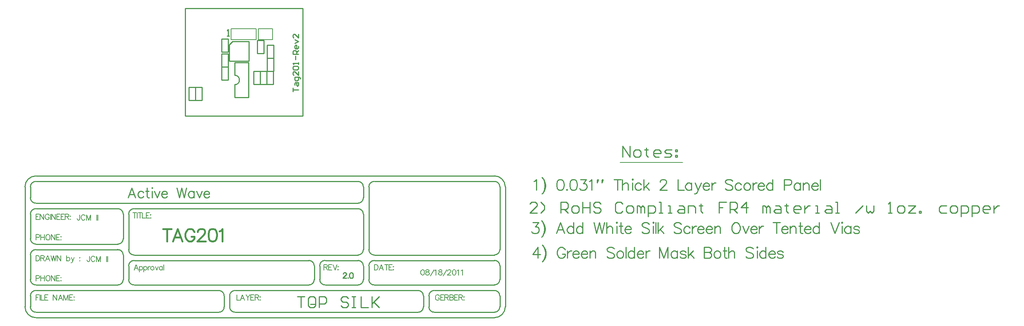
<source format=gto>
%FSLAX25Y25*%
%MOIN*%
G70*
G01*
G75*
G04 Layer_Color=65535*
%ADD10R,0.03000X0.03000*%
%ADD11C,0.05000*%
%ADD12R,0.01550X0.05000*%
G04:AMPARAMS|DCode=13|XSize=39.37mil|YSize=9.84mil|CornerRadius=2.46mil|HoleSize=0mil|Usage=FLASHONLY|Rotation=0.000|XOffset=0mil|YOffset=0mil|HoleType=Round|Shape=RoundedRectangle|*
%AMROUNDEDRECTD13*
21,1,0.03937,0.00492,0,0,0.0*
21,1,0.03445,0.00984,0,0,0.0*
1,1,0.00492,0.01722,-0.00246*
1,1,0.00492,-0.01722,-0.00246*
1,1,0.00492,-0.01722,0.00246*
1,1,0.00492,0.01722,0.00246*
%
%ADD13ROUNDEDRECTD13*%
G04:AMPARAMS|DCode=14|XSize=39.37mil|YSize=9.84mil|CornerRadius=2.46mil|HoleSize=0mil|Usage=FLASHONLY|Rotation=90.000|XOffset=0mil|YOffset=0mil|HoleType=Round|Shape=RoundedRectangle|*
%AMROUNDEDRECTD14*
21,1,0.03937,0.00492,0,0,90.0*
21,1,0.03445,0.00984,0,0,90.0*
1,1,0.00492,0.00246,0.01722*
1,1,0.00492,0.00246,-0.01722*
1,1,0.00492,-0.00246,-0.01722*
1,1,0.00492,-0.00246,0.01722*
%
%ADD14ROUNDEDRECTD14*%
G04:AMPARAMS|DCode=15|XSize=25.59mil|YSize=9.84mil|CornerRadius=0mil|HoleSize=0mil|Usage=FLASHONLY|Rotation=90.000|XOffset=0mil|YOffset=0mil|HoleType=Round|Shape=Octagon|*
%AMOCTAGOND15*
4,1,8,0.00246,0.01280,-0.00246,0.01280,-0.00492,0.01034,-0.00492,-0.01034,-0.00246,-0.01280,0.00246,-0.01280,0.00492,-0.01034,0.00492,0.01034,0.00246,0.01280,0.0*
%
%ADD15OCTAGOND15*%

G04:AMPARAMS|DCode=16|XSize=25.59mil|YSize=9.84mil|CornerRadius=0mil|HoleSize=0mil|Usage=FLASHONLY|Rotation=180.000|XOffset=0mil|YOffset=0mil|HoleType=Round|Shape=Octagon|*
%AMOCTAGOND16*
4,1,8,-0.01280,0.00246,-0.01280,-0.00246,-0.01034,-0.00492,0.01034,-0.00492,0.01280,-0.00246,0.01280,0.00246,0.01034,0.00492,-0.01034,0.00492,-0.01280,0.00246,0.0*
%
%ADD16OCTAGOND16*%

%ADD17C,0.01000*%
%ADD18C,0.00800*%
%ADD19C,0.01200*%
%ADD20C,0.02000*%
%ADD21C,0.00500*%
%ADD22C,0.01500*%
%ADD23C,0.00900*%
%ADD24C,0.05200*%
%ADD25R,0.04000X0.06200*%
%ADD26O,0.04000X0.06200*%
%ADD27C,0.05500*%
%ADD28C,0.02600*%
%ADD29R,0.13000X0.34000*%
%ADD30C,0.06000*%
D17*
X45406Y28669D02*
G03*
X45406Y37331I0J4331D01*
G01*
X6500Y26500D02*
X9500D01*
Y14500D02*
Y26500D01*
X3500Y14500D02*
X9500D01*
X3500D02*
Y26500D01*
X6500D01*
X9500Y14500D02*
X12500D01*
X9500D02*
Y26500D01*
X15500D01*
Y14500D02*
Y26500D01*
X12500Y14500D02*
X15500D01*
X58161Y17000D02*
Y49000D01*
X45406Y17000D02*
X58161D01*
X45406Y49000D02*
X58161D01*
X45406Y37331D02*
Y49000D01*
Y17000D02*
Y28669D01*
X40400Y50500D02*
Y65500D01*
X43400Y68500D01*
X58400D01*
X40400Y50500D02*
X58400D01*
Y68500D01*
X69000Y57500D02*
X72000D01*
Y69500D01*
X66000D02*
X72000D01*
X66000Y57500D02*
Y69500D01*
Y57500D02*
X69000D01*
X77900Y41000D02*
X80900D01*
Y29000D02*
Y41000D01*
X74900Y29000D02*
X80900D01*
X74900D02*
Y41000D01*
X77900D01*
X78000Y53000D02*
X81000D01*
Y41000D02*
Y53000D01*
X75000Y41000D02*
X81000D01*
X75000D02*
Y53000D01*
X78000D01*
X75000D02*
X78000D01*
X75000D02*
Y65000D01*
X81000D01*
Y53000D02*
Y65000D01*
X78000Y53000D02*
X81000D01*
X62900Y29000D02*
X65900D01*
X62900D02*
Y41000D01*
X68900D01*
Y29000D02*
Y41000D01*
X65900Y29000D02*
X68900D01*
X33400Y45000D02*
X36400D01*
X33400D02*
Y57000D01*
X39400D01*
Y45000D02*
Y57000D01*
X36400Y45000D02*
X39400D01*
X68900Y29000D02*
X71900D01*
X68900D02*
Y41000D01*
X74900D01*
Y29000D02*
Y41000D01*
X71900Y29000D02*
X74900D01*
X36500Y45000D02*
X39500D01*
Y33000D02*
Y45000D01*
X33500Y33000D02*
X39500D01*
X33500D02*
Y45000D01*
X36500D01*
X36400Y70700D02*
X39400D01*
Y58700D02*
Y70700D01*
X33400Y58700D02*
X39400D01*
X33400D02*
Y70700D01*
X36400D01*
X102700Y-165503D02*
X109364D01*
X106032D01*
Y-175500D01*
X117695Y-165503D02*
X114363D01*
X112697Y-167169D01*
Y-173834D01*
X114363Y-175500D01*
X117695D01*
X119361Y-173834D01*
Y-167169D01*
X117695Y-165503D01*
X122694Y-175500D02*
Y-165503D01*
X127692D01*
X129358Y-167169D01*
Y-170502D01*
X127692Y-172168D01*
X122694D01*
X149352Y-167169D02*
X147686Y-165503D01*
X144353D01*
X142687Y-167169D01*
Y-168835D01*
X144353Y-170502D01*
X147686D01*
X149352Y-172168D01*
Y-173834D01*
X147686Y-175500D01*
X144353D01*
X142687Y-173834D01*
X152684Y-165503D02*
X156016D01*
X154350D01*
Y-175500D01*
X152684D01*
X156016D01*
X161014Y-165503D02*
Y-175500D01*
X167679D01*
X171011Y-165503D02*
Y-175500D01*
Y-172168D01*
X177676Y-165503D01*
X172677Y-170502D01*
X177676Y-175500D01*
X38400Y73300D02*
X40399D01*
X39400D01*
Y79298D01*
X38400Y78298D01*
X98602Y22500D02*
Y25832D01*
Y24166D01*
X103600D01*
X100268Y28331D02*
Y29998D01*
X101101Y30831D01*
X103600D01*
Y28331D01*
X102767Y27498D01*
X101934Y28331D01*
Y30831D01*
X105266Y34163D02*
Y34996D01*
X104433Y35829D01*
X100268D01*
Y33330D01*
X101101Y32497D01*
X102767D01*
X103600Y33330D01*
Y35829D01*
Y40827D02*
Y37495D01*
X100268Y40827D01*
X99435D01*
X98602Y39994D01*
Y38328D01*
X99435Y37495D01*
Y42494D02*
X98602Y43327D01*
Y44993D01*
X99435Y45826D01*
X102767D01*
X103600Y44993D01*
Y43327D01*
X102767Y42494D01*
X99435D01*
X103600Y47492D02*
Y49158D01*
Y48325D01*
X98602D01*
X99435Y47492D01*
X101101Y51657D02*
Y54989D01*
X103600Y56656D02*
X98602D01*
Y59155D01*
X99435Y59988D01*
X101101D01*
X101934Y59155D01*
Y56656D01*
Y58322D02*
X103600Y59988D01*
Y64153D02*
Y62487D01*
X102767Y61654D01*
X101101D01*
X100268Y62487D01*
Y64153D01*
X101101Y64986D01*
X101934D01*
Y61654D01*
X100268Y66652D02*
X103600Y68318D01*
X100268Y69985D01*
X103600Y74983D02*
Y71651D01*
X100268Y74983D01*
X99435D01*
X98602Y74150D01*
Y72484D01*
X99435Y71651D01*
X0Y98803D02*
X107753D01*
Y-100D02*
Y98803D01*
X114695Y-172498D02*
X118632D01*
X0Y-100D02*
Y98800D01*
Y-100D02*
X107753D01*
X288306Y-137340D02*
G03*
X283406Y-132440I-4900J0D01*
G01*
X173240Y-132514D02*
G03*
X168240Y-137514I0J-5000D01*
G01*
X283306Y-127440D02*
G03*
X288306Y-122440I0J5000D01*
G01*
X168240Y-122514D02*
G03*
X173240Y-127514I5000J0D01*
G01*
X-136760Y-55014D02*
G03*
X-146760Y-65014I0J-10000D01*
G01*
Y-174914D02*
G03*
X-136837Y-185012I10100J0D01*
G01*
X293238Y-64957D02*
G03*
X283238Y-54957I-10000J0D01*
G01*
X288238Y-64857D02*
G03*
X283167Y-59960I-4900J0D01*
G01*
X283306Y-154940D02*
G03*
X288306Y-149940I0J5000D01*
G01*
X288240Y-164927D02*
G03*
X283240Y-160013I-5000J-87D01*
G01*
X158240Y-155014D02*
G03*
X163240Y-150014I0J5000D01*
G01*
X168240Y-150114D02*
G03*
X173225Y-155013I4900J0D01*
G01*
X163240Y-137414D02*
G03*
X158340Y-132514I-4900J0D01*
G01*
X-141760Y-175014D02*
G03*
X-136848Y-180013I5000J0D01*
G01*
X158327Y-127514D02*
G03*
X163241Y-122514I-87J5000D01*
G01*
X-136760Y-160014D02*
G03*
X-141760Y-165014I0J-5000D01*
G01*
X163240Y-90014D02*
G03*
X158240Y-85014I-5000J0D01*
G01*
Y-80014D02*
G03*
X163240Y-75014I0J5000D01*
G01*
X173240Y-60014D02*
G03*
X168240Y-65014I0J-5000D01*
G01*
X163240Y-65014D02*
G03*
X158240Y-60014I-5000J0D01*
G01*
X-136760Y-60014D02*
G03*
X-141760Y-65014I0J-5000D01*
G01*
Y-75014D02*
G03*
X-136760Y-80014I5000J0D01*
G01*
Y-85014D02*
G03*
X-141760Y-90014I0J-5000D01*
G01*
Y-112514D02*
G03*
X-136760Y-117514I5000J0D01*
G01*
Y-122514D02*
G03*
X-141760Y-127514I0J-5000D01*
G01*
X-141760Y-150014D02*
G03*
X-136848Y-155013I5000J0D01*
G01*
X-46760Y-85014D02*
G03*
X-51760Y-90014I0J-5000D01*
G01*
X-46760Y-132514D02*
G03*
X-51760Y-137514I0J-5000D01*
G01*
X128040Y-132514D02*
G03*
X123246Y-137565I0J-4800D01*
G01*
X123240Y-149914D02*
G03*
X128251Y-155013I5100J0D01*
G01*
X113340Y-155014D02*
G03*
X118239Y-150029I0J4900D01*
G01*
X118240Y-137414D02*
G03*
X113340Y-132514I-4900J0D01*
G01*
X-61660Y-155014D02*
G03*
X-56760Y-150114I0J4900D01*
G01*
X-51760D02*
G03*
X-46860Y-155014I4900J0D01*
G01*
X-51760Y-122614D02*
G03*
X-46860Y-127514I4900J0D01*
G01*
X-56760Y-127414D02*
G03*
X-61831Y-122517I-4900J0D01*
G01*
X-61560Y-117514D02*
G03*
X-56760Y-112714I0J4800D01*
G01*
Y-89914D02*
G03*
X-61660Y-85014I-4900J0D01*
G01*
X228240Y-160014D02*
G03*
X223240Y-165014I0J-5000D01*
G01*
Y-175114D02*
G03*
X228225Y-180013I4900J0D01*
G01*
X213356Y-180014D02*
G03*
X218238Y-175047I84J4800D01*
G01*
X218240Y-165014D02*
G03*
X213240Y-160014I-5000J0D01*
G01*
X40740Y-175014D02*
G03*
X45652Y-180013I5000J0D01*
G01*
X45740Y-160014D02*
G03*
X40740Y-165014I0J-5000D01*
G01*
X30856Y-180014D02*
G03*
X35738Y-175047I84J4800D01*
G01*
X35740Y-165014D02*
G03*
X30740Y-160014I-5000J0D01*
G01*
X283240Y-180014D02*
G03*
X288240Y-175014I0J5000D01*
G01*
X283240Y-185014D02*
G03*
X293240Y-175014I0J10000D01*
G01*
X45740Y-180014D02*
X213240D01*
X-136760Y-180014D02*
X30740D01*
X-136760Y-160014D02*
X30740D01*
X45740D02*
X213240D01*
X228240Y-180014D02*
X283240D01*
X228240Y-160014D02*
X283240D01*
X-136760Y-60014D02*
X158240D01*
X-136760Y-185014D02*
X283240D01*
X-136760Y-155014D02*
X-61760D01*
X-136760Y-122514D02*
X-61760D01*
X-136760Y-117514D02*
X-61760D01*
X-136760Y-85014D02*
X-61760D01*
X-136760Y-80014D02*
X158240D01*
X-46760Y-85014D02*
X158240D01*
X-46760Y-132514D02*
X113240D01*
X-46760Y-155014D02*
X113240D01*
X128240D02*
X158240D01*
X128240Y-132514D02*
X158240D01*
X173240Y-155014D02*
X283240D01*
X173240Y-60014D02*
X283240D01*
X-46760Y-127514D02*
X158240D01*
X173240D02*
X283240D01*
X173240Y-132514D02*
X283240D01*
X35740Y-175014D02*
Y-165014D01*
X40740Y-175014D02*
Y-165014D01*
X218240Y-175014D02*
Y-165014D01*
X223240Y-175014D02*
Y-165014D01*
X293240Y-175014D02*
Y-65014D01*
X-141760Y-150014D02*
Y-127514D01*
X-56760Y-150014D02*
Y-127514D01*
X-141760Y-112514D02*
Y-90014D01*
X-56760Y-112514D02*
Y-90014D01*
X-141760Y-75014D02*
Y-65014D01*
X163240Y-75014D02*
Y-65014D01*
Y-122514D02*
Y-90014D01*
X-51760Y-122514D02*
Y-90014D01*
X118240Y-150014D02*
Y-137514D01*
X-51760Y-150014D02*
Y-137514D01*
X123240Y-150014D02*
Y-137514D01*
X163240Y-150014D02*
Y-137514D01*
X-141760Y-175014D02*
Y-165014D01*
X-146760Y-175014D02*
Y-65014D01*
X168240Y-122514D02*
Y-65014D01*
X288240Y-122514D02*
Y-65014D01*
X168240Y-150014D02*
Y-137514D01*
X288306Y-149940D02*
Y-137340D01*
X-136760Y-55014D02*
X283240D01*
X288240Y-175014D02*
Y-165014D01*
X323027Y-120328D02*
X318266Y-126993D01*
X325408D01*
X323027Y-120328D02*
Y-130326D01*
X327169Y-118424D02*
X328121Y-119376D01*
X329073Y-120804D01*
X330026Y-122709D01*
X330502Y-125089D01*
Y-126993D01*
X330026Y-129374D01*
X329073Y-131278D01*
X328121Y-132706D01*
X327169Y-133659D01*
X328121Y-119376D02*
X329073Y-121280D01*
X329549Y-122709D01*
X330026Y-125089D01*
Y-126993D01*
X329549Y-129374D01*
X329073Y-130802D01*
X328121Y-132706D01*
X347926Y-122709D02*
X347450Y-121756D01*
X346498Y-120804D01*
X345546Y-120328D01*
X343642D01*
X342689Y-120804D01*
X341737Y-121756D01*
X341261Y-122709D01*
X340785Y-124137D01*
Y-126517D01*
X341261Y-127945D01*
X341737Y-128898D01*
X342689Y-129850D01*
X343642Y-130326D01*
X345546D01*
X346498Y-129850D01*
X347450Y-128898D01*
X347926Y-127945D01*
Y-126517D01*
X345546D02*
X347926D01*
X350212Y-123661D02*
Y-130326D01*
Y-126517D02*
X350688Y-125089D01*
X351640Y-124137D01*
X352592Y-123661D01*
X354020D01*
X354925Y-126517D02*
X360638D01*
Y-125565D01*
X360162Y-124613D01*
X359686Y-124137D01*
X358734Y-123661D01*
X357305D01*
X356353Y-124137D01*
X355401Y-125089D01*
X354925Y-126517D01*
Y-127470D01*
X355401Y-128898D01*
X356353Y-129850D01*
X357305Y-130326D01*
X358734D01*
X359686Y-129850D01*
X360638Y-128898D01*
X362780Y-126517D02*
X368494D01*
Y-125565D01*
X368017Y-124613D01*
X367541Y-124137D01*
X366589Y-123661D01*
X365161D01*
X364209Y-124137D01*
X363257Y-125089D01*
X362780Y-126517D01*
Y-127470D01*
X363257Y-128898D01*
X364209Y-129850D01*
X365161Y-130326D01*
X366589D01*
X367541Y-129850D01*
X368494Y-128898D01*
X370636Y-123661D02*
Y-130326D01*
Y-125565D02*
X372064Y-124137D01*
X373016Y-123661D01*
X374445D01*
X375397Y-124137D01*
X375873Y-125565D01*
Y-130326D01*
X393012Y-121756D02*
X392060Y-120804D01*
X390632Y-120328D01*
X388727D01*
X387299Y-120804D01*
X386347Y-121756D01*
Y-122709D01*
X386823Y-123661D01*
X387299Y-124137D01*
X388251Y-124613D01*
X391108Y-125565D01*
X392060Y-126041D01*
X392536Y-126517D01*
X393012Y-127470D01*
Y-128898D01*
X392060Y-129850D01*
X390632Y-130326D01*
X388727D01*
X387299Y-129850D01*
X386347Y-128898D01*
X397630Y-123661D02*
X396678Y-124137D01*
X395726Y-125089D01*
X395250Y-126517D01*
Y-127470D01*
X395726Y-128898D01*
X396678Y-129850D01*
X397630Y-130326D01*
X399058D01*
X400010Y-129850D01*
X400963Y-128898D01*
X401439Y-127470D01*
Y-126517D01*
X400963Y-125089D01*
X400010Y-124137D01*
X399058Y-123661D01*
X397630D01*
X403629Y-120328D02*
Y-130326D01*
X411437Y-120328D02*
Y-130326D01*
Y-125089D02*
X410485Y-124137D01*
X409532Y-123661D01*
X408104D01*
X407152Y-124137D01*
X406200Y-125089D01*
X405724Y-126517D01*
Y-127470D01*
X406200Y-128898D01*
X407152Y-129850D01*
X408104Y-130326D01*
X409532D01*
X410485Y-129850D01*
X411437Y-128898D01*
X414103Y-126517D02*
X419816D01*
Y-125565D01*
X419340Y-124613D01*
X418864Y-124137D01*
X417911Y-123661D01*
X416483D01*
X415531Y-124137D01*
X414579Y-125089D01*
X414103Y-126517D01*
Y-127470D01*
X414579Y-128898D01*
X415531Y-129850D01*
X416483Y-130326D01*
X417911D01*
X418864Y-129850D01*
X419816Y-128898D01*
X421958Y-123661D02*
Y-130326D01*
Y-126517D02*
X422434Y-125089D01*
X423386Y-124137D01*
X424339Y-123661D01*
X425767D01*
X434527Y-120328D02*
Y-130326D01*
Y-120328D02*
X438336Y-130326D01*
X442144Y-120328D02*
X438336Y-130326D01*
X442144Y-120328D02*
Y-130326D01*
X450714Y-123661D02*
Y-130326D01*
Y-125089D02*
X449762Y-124137D01*
X448810Y-123661D01*
X447381D01*
X446429Y-124137D01*
X445477Y-125089D01*
X445001Y-126517D01*
Y-127470D01*
X445477Y-128898D01*
X446429Y-129850D01*
X447381Y-130326D01*
X448810D01*
X449762Y-129850D01*
X450714Y-128898D01*
X458617Y-125089D02*
X458141Y-124137D01*
X456713Y-123661D01*
X455284D01*
X453856Y-124137D01*
X453380Y-125089D01*
X453856Y-126041D01*
X454808Y-126517D01*
X457189Y-126993D01*
X458141Y-127470D01*
X458617Y-128422D01*
Y-128898D01*
X458141Y-129850D01*
X456713Y-130326D01*
X455284D01*
X453856Y-129850D01*
X453380Y-128898D01*
X460712Y-120328D02*
Y-130326D01*
X465473Y-123661D02*
X460712Y-128422D01*
X462616Y-126517D02*
X465949Y-130326D01*
X475375Y-120328D02*
Y-130326D01*
Y-120328D02*
X479660D01*
X481088Y-120804D01*
X481565Y-121280D01*
X482041Y-122232D01*
Y-123185D01*
X481565Y-124137D01*
X481088Y-124613D01*
X479660Y-125089D01*
X475375D02*
X479660D01*
X481088Y-125565D01*
X481565Y-126041D01*
X482041Y-126993D01*
Y-128422D01*
X481565Y-129374D01*
X481088Y-129850D01*
X479660Y-130326D01*
X475375D01*
X486659Y-123661D02*
X485707Y-124137D01*
X484754Y-125089D01*
X484278Y-126517D01*
Y-127470D01*
X484754Y-128898D01*
X485707Y-129850D01*
X486659Y-130326D01*
X488087D01*
X489039Y-129850D01*
X489991Y-128898D01*
X490467Y-127470D01*
Y-126517D01*
X489991Y-125089D01*
X489039Y-124137D01*
X488087Y-123661D01*
X486659D01*
X494086Y-120328D02*
Y-128422D01*
X494562Y-129850D01*
X495514Y-130326D01*
X496466D01*
X492657Y-123661D02*
X495990D01*
X497894Y-120328D02*
Y-130326D01*
Y-125565D02*
X499323Y-124137D01*
X500275Y-123661D01*
X501703D01*
X502655Y-124137D01*
X503131Y-125565D01*
Y-130326D01*
X520270Y-121756D02*
X519318Y-120804D01*
X517890Y-120328D01*
X515986D01*
X514557Y-120804D01*
X513605Y-121756D01*
Y-122709D01*
X514081Y-123661D01*
X514557Y-124137D01*
X515510Y-124613D01*
X518366Y-125565D01*
X519318Y-126041D01*
X519794Y-126517D01*
X520270Y-127470D01*
Y-128898D01*
X519318Y-129850D01*
X517890Y-130326D01*
X515986D01*
X514557Y-129850D01*
X513605Y-128898D01*
X523460Y-120328D02*
X523936Y-120804D01*
X524412Y-120328D01*
X523936Y-119852D01*
X523460Y-120328D01*
X523936Y-123661D02*
Y-130326D01*
X531887Y-120328D02*
Y-130326D01*
Y-125089D02*
X530935Y-124137D01*
X529983Y-123661D01*
X528554D01*
X527602Y-124137D01*
X526650Y-125089D01*
X526174Y-126517D01*
Y-127470D01*
X526650Y-128898D01*
X527602Y-129850D01*
X528554Y-130326D01*
X529983D01*
X530935Y-129850D01*
X531887Y-128898D01*
X534553Y-126517D02*
X540266D01*
Y-125565D01*
X539790Y-124613D01*
X539314Y-124137D01*
X538362Y-123661D01*
X536934D01*
X535981Y-124137D01*
X535029Y-125089D01*
X534553Y-126517D01*
Y-127470D01*
X535029Y-128898D01*
X535981Y-129850D01*
X536934Y-130326D01*
X538362D01*
X539314Y-129850D01*
X540266Y-128898D01*
X547646Y-125089D02*
X547169Y-124137D01*
X545741Y-123661D01*
X544313D01*
X542885Y-124137D01*
X542409Y-125089D01*
X542885Y-126041D01*
X543837Y-126517D01*
X546217Y-126993D01*
X547169Y-127470D01*
X547646Y-128422D01*
Y-128898D01*
X547169Y-129850D01*
X545741Y-130326D01*
X544313D01*
X542885Y-129850D01*
X542409Y-128898D01*
X400874Y-37626D02*
Y-27629D01*
X407538Y-37626D01*
Y-27629D01*
X412537Y-37626D02*
X415869D01*
X417535Y-35960D01*
Y-32628D01*
X415869Y-30962D01*
X412537D01*
X410871Y-32628D01*
Y-35960D01*
X412537Y-37626D01*
X422533Y-29295D02*
Y-30962D01*
X420867D01*
X424199D01*
X422533D01*
Y-35960D01*
X424199Y-37626D01*
X434196D02*
X430864D01*
X429198Y-35960D01*
Y-32628D01*
X430864Y-30962D01*
X434196D01*
X435862Y-32628D01*
Y-34294D01*
X429198D01*
X439195Y-37626D02*
X444193D01*
X445859Y-35960D01*
X444193Y-34294D01*
X440861D01*
X439195Y-32628D01*
X440861Y-30962D01*
X445859D01*
X449192D02*
X450858D01*
Y-32628D01*
X449192D01*
Y-30962D01*
Y-35960D02*
X450858D01*
Y-37626D01*
X449192D01*
Y-35960D01*
X319372Y-60042D02*
X320324Y-59566D01*
X321753Y-58138D01*
Y-68135D01*
X326704Y-56233D02*
X327656Y-57185D01*
X328608Y-58614D01*
X329560Y-60518D01*
X330037Y-62898D01*
Y-64803D01*
X329560Y-67183D01*
X328608Y-69087D01*
X327656Y-70516D01*
X326704Y-71468D01*
X327656Y-57185D02*
X328608Y-59090D01*
X329084Y-60518D01*
X329560Y-62898D01*
Y-64803D01*
X329084Y-67183D01*
X328608Y-68611D01*
X327656Y-70516D01*
X343177Y-58138D02*
X341748Y-58614D01*
X340796Y-60042D01*
X340320Y-62422D01*
Y-63850D01*
X340796Y-66231D01*
X341748Y-67659D01*
X343177Y-68135D01*
X344129D01*
X345557Y-67659D01*
X346509Y-66231D01*
X346985Y-63850D01*
Y-62422D01*
X346509Y-60042D01*
X345557Y-58614D01*
X344129Y-58138D01*
X343177D01*
X349699Y-67183D02*
X349223Y-67659D01*
X349699Y-68135D01*
X350175Y-67659D01*
X349699Y-67183D01*
X355222Y-58138D02*
X353793Y-58614D01*
X352841Y-60042D01*
X352365Y-62422D01*
Y-63850D01*
X352841Y-66231D01*
X353793Y-67659D01*
X355222Y-68135D01*
X356174D01*
X357602Y-67659D01*
X358554Y-66231D01*
X359030Y-63850D01*
Y-62422D01*
X358554Y-60042D01*
X357602Y-58614D01*
X356174Y-58138D01*
X355222D01*
X362220D02*
X367457D01*
X364601Y-61946D01*
X366029D01*
X366981Y-62422D01*
X367457Y-62898D01*
X367933Y-64327D01*
Y-65279D01*
X367457Y-66707D01*
X366505Y-67659D01*
X365077Y-68135D01*
X363648D01*
X362220Y-67659D01*
X361744Y-67183D01*
X361268Y-66231D01*
X370171Y-60042D02*
X371123Y-59566D01*
X372551Y-58138D01*
Y-68135D01*
X377979Y-58138D02*
X377503Y-58614D01*
Y-61470D01*
X377979Y-58614D02*
X377503Y-61470D01*
X377979Y-58138D02*
X378455Y-58614D01*
X377503Y-61470D01*
X382263Y-58138D02*
X381787Y-58614D01*
Y-61470D01*
X382263Y-58614D02*
X381787Y-61470D01*
X382263Y-58138D02*
X382740Y-58614D01*
X381787Y-61470D01*
X396022Y-58138D02*
Y-68135D01*
X392690Y-58138D02*
X399355D01*
X400545D02*
Y-68135D01*
Y-63374D02*
X401973Y-61946D01*
X402926Y-61470D01*
X404354D01*
X405306Y-61946D01*
X405782Y-63374D01*
Y-68135D01*
X409353Y-58138D02*
X409829Y-58614D01*
X410305Y-58138D01*
X409829Y-57661D01*
X409353Y-58138D01*
X409829Y-61470D02*
Y-68135D01*
X417780Y-62898D02*
X416827Y-61946D01*
X415875Y-61470D01*
X414447D01*
X413495Y-61946D01*
X412543Y-62898D01*
X412067Y-64327D01*
Y-65279D01*
X412543Y-66707D01*
X413495Y-67659D01*
X414447Y-68135D01*
X415875D01*
X416827Y-67659D01*
X417780Y-66707D01*
X419922Y-58138D02*
Y-68135D01*
X424683Y-61470D02*
X419922Y-66231D01*
X421826Y-64327D02*
X425159Y-68135D01*
X435062Y-60518D02*
Y-60042D01*
X435538Y-59090D01*
X436014Y-58614D01*
X436966Y-58138D01*
X438870D01*
X439823Y-58614D01*
X440299Y-59090D01*
X440775Y-60042D01*
Y-60994D01*
X440299Y-61946D01*
X439347Y-63374D01*
X434586Y-68135D01*
X441251D01*
X451344Y-58138D02*
Y-68135D01*
X457057D01*
X463865Y-61470D02*
Y-68135D01*
Y-62898D02*
X462913Y-61946D01*
X461961Y-61470D01*
X460532D01*
X459580Y-61946D01*
X458628Y-62898D01*
X458152Y-64327D01*
Y-65279D01*
X458628Y-66707D01*
X459580Y-67659D01*
X460532Y-68135D01*
X461961D01*
X462913Y-67659D01*
X463865Y-66707D01*
X467007Y-61470D02*
X469864Y-68135D01*
X472720Y-61470D02*
X469864Y-68135D01*
X468912Y-70040D01*
X467959Y-70992D01*
X467007Y-71468D01*
X466531D01*
X474387Y-64327D02*
X480100D01*
Y-63374D01*
X479624Y-62422D01*
X479147Y-61946D01*
X478195Y-61470D01*
X476767D01*
X475815Y-61946D01*
X474863Y-62898D01*
X474387Y-64327D01*
Y-65279D01*
X474863Y-66707D01*
X475815Y-67659D01*
X476767Y-68135D01*
X478195D01*
X479147Y-67659D01*
X480100Y-66707D01*
X482242Y-61470D02*
Y-68135D01*
Y-64327D02*
X482718Y-62898D01*
X483670Y-61946D01*
X484622Y-61470D01*
X486051D01*
X501476Y-59566D02*
X500524Y-58614D01*
X499096Y-58138D01*
X497191D01*
X495763Y-58614D01*
X494811Y-59566D01*
Y-60518D01*
X495287Y-61470D01*
X495763Y-61946D01*
X496715Y-62422D01*
X499572Y-63374D01*
X500524Y-63850D01*
X501000Y-64327D01*
X501476Y-65279D01*
Y-66707D01*
X500524Y-67659D01*
X499096Y-68135D01*
X497191D01*
X495763Y-67659D01*
X494811Y-66707D01*
X509427Y-62898D02*
X508474Y-61946D01*
X507522Y-61470D01*
X506094D01*
X505142Y-61946D01*
X504190Y-62898D01*
X503714Y-64327D01*
Y-65279D01*
X504190Y-66707D01*
X505142Y-67659D01*
X506094Y-68135D01*
X507522D01*
X508474Y-67659D01*
X509427Y-66707D01*
X513949Y-61470D02*
X512997Y-61946D01*
X512045Y-62898D01*
X511569Y-64327D01*
Y-65279D01*
X512045Y-66707D01*
X512997Y-67659D01*
X513949Y-68135D01*
X515378D01*
X516330Y-67659D01*
X517282Y-66707D01*
X517758Y-65279D01*
Y-64327D01*
X517282Y-62898D01*
X516330Y-61946D01*
X515378Y-61470D01*
X513949D01*
X519948D02*
Y-68135D01*
Y-64327D02*
X520424Y-62898D01*
X521377Y-61946D01*
X522329Y-61470D01*
X523757D01*
X524661Y-64327D02*
X530375D01*
Y-63374D01*
X529899Y-62422D01*
X529422Y-61946D01*
X528470Y-61470D01*
X527042D01*
X526090Y-61946D01*
X525138Y-62898D01*
X524661Y-64327D01*
Y-65279D01*
X525138Y-66707D01*
X526090Y-67659D01*
X527042Y-68135D01*
X528470D01*
X529422Y-67659D01*
X530375Y-66707D01*
X538230Y-58138D02*
Y-68135D01*
Y-62898D02*
X537278Y-61946D01*
X536326Y-61470D01*
X534898D01*
X533945Y-61946D01*
X532993Y-62898D01*
X532517Y-64327D01*
Y-65279D01*
X532993Y-66707D01*
X533945Y-67659D01*
X534898Y-68135D01*
X536326D01*
X537278Y-67659D01*
X538230Y-66707D01*
X548752Y-63374D02*
X553036D01*
X554465Y-62898D01*
X554941Y-62422D01*
X555417Y-61470D01*
Y-60042D01*
X554941Y-59090D01*
X554465Y-58614D01*
X553036Y-58138D01*
X548752D01*
Y-68135D01*
X563368Y-61470D02*
Y-68135D01*
Y-62898D02*
X562415Y-61946D01*
X561463Y-61470D01*
X560035D01*
X559083Y-61946D01*
X558131Y-62898D01*
X557654Y-64327D01*
Y-65279D01*
X558131Y-66707D01*
X559083Y-67659D01*
X560035Y-68135D01*
X561463D01*
X562415Y-67659D01*
X563368Y-66707D01*
X566034Y-61470D02*
Y-68135D01*
Y-63374D02*
X567462Y-61946D01*
X568414Y-61470D01*
X569842D01*
X570794Y-61946D01*
X571271Y-63374D01*
Y-68135D01*
X573889Y-64327D02*
X579602D01*
Y-63374D01*
X579126Y-62422D01*
X578650Y-61946D01*
X577698Y-61470D01*
X576269D01*
X575317Y-61946D01*
X574365Y-62898D01*
X573889Y-64327D01*
Y-65279D01*
X574365Y-66707D01*
X575317Y-67659D01*
X576269Y-68135D01*
X577698D01*
X578650Y-67659D01*
X579602Y-66707D01*
X581745Y-58138D02*
Y-68135D01*
X318352Y-97802D02*
X323589D01*
X320733Y-101611D01*
X322161D01*
X323113Y-102087D01*
X323589Y-102563D01*
X324065Y-103991D01*
Y-104944D01*
X323589Y-106372D01*
X322637Y-107324D01*
X321209Y-107800D01*
X319780D01*
X318352Y-107324D01*
X317876Y-106848D01*
X317400Y-105896D01*
X326303Y-95898D02*
X327255Y-96850D01*
X328207Y-98278D01*
X329159Y-100183D01*
X329636Y-102563D01*
Y-104467D01*
X329159Y-106848D01*
X328207Y-108752D01*
X327255Y-110180D01*
X326303Y-111133D01*
X327255Y-96850D02*
X328207Y-98754D01*
X328683Y-100183D01*
X329159Y-102563D01*
Y-104467D01*
X328683Y-106848D01*
X328207Y-108276D01*
X327255Y-110180D01*
X347536Y-107800D02*
X343728Y-97802D01*
X339919Y-107800D01*
X341347Y-104467D02*
X346108D01*
X355582Y-97802D02*
Y-107800D01*
Y-102563D02*
X354630Y-101611D01*
X353678Y-101135D01*
X352250D01*
X351297Y-101611D01*
X350345Y-102563D01*
X349869Y-103991D01*
Y-104944D01*
X350345Y-106372D01*
X351297Y-107324D01*
X352250Y-107800D01*
X353678D01*
X354630Y-107324D01*
X355582Y-106372D01*
X363962Y-97802D02*
Y-107800D01*
Y-102563D02*
X363009Y-101611D01*
X362057Y-101135D01*
X360629D01*
X359677Y-101611D01*
X358724Y-102563D01*
X358248Y-103991D01*
Y-104944D01*
X358724Y-106372D01*
X359677Y-107324D01*
X360629Y-107800D01*
X362057D01*
X363009Y-107324D01*
X363962Y-106372D01*
X374483Y-97802D02*
X376864Y-107800D01*
X379244Y-97802D02*
X376864Y-107800D01*
X379244Y-97802D02*
X381624Y-107800D01*
X384005Y-97802D02*
X381624Y-107800D01*
X386004Y-97802D02*
Y-107800D01*
Y-103039D02*
X387433Y-101611D01*
X388385Y-101135D01*
X389813D01*
X390765Y-101611D01*
X391241Y-103039D01*
Y-107800D01*
X394812Y-97802D02*
X395288Y-98278D01*
X395764Y-97802D01*
X395288Y-97326D01*
X394812Y-97802D01*
X395288Y-101135D02*
Y-107800D01*
X398954Y-97802D02*
Y-105896D01*
X399430Y-107324D01*
X400382Y-107800D01*
X401334D01*
X397526Y-101135D02*
X400858D01*
X402763Y-103991D02*
X408476D01*
Y-103039D01*
X408000Y-102087D01*
X407523Y-101611D01*
X406571Y-101135D01*
X405143D01*
X404191Y-101611D01*
X403239Y-102563D01*
X402763Y-103991D01*
Y-104944D01*
X403239Y-106372D01*
X404191Y-107324D01*
X405143Y-107800D01*
X406571D01*
X407523Y-107324D01*
X408476Y-106372D01*
X425139Y-99230D02*
X424187Y-98278D01*
X422758Y-97802D01*
X420854D01*
X419426Y-98278D01*
X418474Y-99230D01*
Y-100183D01*
X418950Y-101135D01*
X419426Y-101611D01*
X420378Y-102087D01*
X423235Y-103039D01*
X424187Y-103515D01*
X424663Y-103991D01*
X425139Y-104944D01*
Y-106372D01*
X424187Y-107324D01*
X422758Y-107800D01*
X420854D01*
X419426Y-107324D01*
X418474Y-106372D01*
X428329Y-97802D02*
X428805Y-98278D01*
X429281Y-97802D01*
X428805Y-97326D01*
X428329Y-97802D01*
X428805Y-101135D02*
Y-107800D01*
X431042Y-97802D02*
Y-107800D01*
X433137Y-97802D02*
Y-107800D01*
X437898Y-101135D02*
X433137Y-105896D01*
X435041Y-103991D02*
X438374Y-107800D01*
X454466Y-99230D02*
X453514Y-98278D01*
X452085Y-97802D01*
X450181D01*
X448753Y-98278D01*
X447801Y-99230D01*
Y-100183D01*
X448277Y-101135D01*
X448753Y-101611D01*
X449705Y-102087D01*
X452562Y-103039D01*
X453514Y-103515D01*
X453990Y-103991D01*
X454466Y-104944D01*
Y-106372D01*
X453514Y-107324D01*
X452085Y-107800D01*
X450181D01*
X448753Y-107324D01*
X447801Y-106372D01*
X462417Y-102563D02*
X461464Y-101611D01*
X460512Y-101135D01*
X459084D01*
X458132Y-101611D01*
X457180Y-102563D01*
X456704Y-103991D01*
Y-104944D01*
X457180Y-106372D01*
X458132Y-107324D01*
X459084Y-107800D01*
X460512D01*
X461464Y-107324D01*
X462417Y-106372D01*
X464559Y-101135D02*
Y-107800D01*
Y-103991D02*
X465035Y-102563D01*
X465987Y-101611D01*
X466939Y-101135D01*
X468368D01*
X469272Y-103991D02*
X474985D01*
Y-103039D01*
X474509Y-102087D01*
X474033Y-101611D01*
X473081Y-101135D01*
X471653D01*
X470701Y-101611D01*
X469748Y-102563D01*
X469272Y-103991D01*
Y-104944D01*
X469748Y-106372D01*
X470701Y-107324D01*
X471653Y-107800D01*
X473081D01*
X474033Y-107324D01*
X474985Y-106372D01*
X477128Y-103991D02*
X482841D01*
Y-103039D01*
X482365Y-102087D01*
X481889Y-101611D01*
X480936Y-101135D01*
X479508D01*
X478556Y-101611D01*
X477604Y-102563D01*
X477128Y-103991D01*
Y-104944D01*
X477604Y-106372D01*
X478556Y-107324D01*
X479508Y-107800D01*
X480936D01*
X481889Y-107324D01*
X482841Y-106372D01*
X484983Y-101135D02*
Y-107800D01*
Y-103039D02*
X486411Y-101611D01*
X487364Y-101135D01*
X488792D01*
X489744Y-101611D01*
X490220Y-103039D01*
Y-107800D01*
X503551Y-97802D02*
X502598Y-98278D01*
X501646Y-99230D01*
X501170Y-100183D01*
X500694Y-101611D01*
Y-103991D01*
X501170Y-105420D01*
X501646Y-106372D01*
X502598Y-107324D01*
X503551Y-107800D01*
X505455D01*
X506407Y-107324D01*
X507359Y-106372D01*
X507835Y-105420D01*
X508312Y-103991D01*
Y-101611D01*
X507835Y-100183D01*
X507359Y-99230D01*
X506407Y-98278D01*
X505455Y-97802D01*
X503551D01*
X510644Y-101135D02*
X513501Y-107800D01*
X516357Y-101135D02*
X513501Y-107800D01*
X517976Y-103991D02*
X523689D01*
Y-103039D01*
X523213Y-102087D01*
X522737Y-101611D01*
X521785Y-101135D01*
X520357D01*
X519404Y-101611D01*
X518452Y-102563D01*
X517976Y-103991D01*
Y-104944D01*
X518452Y-106372D01*
X519404Y-107324D01*
X520357Y-107800D01*
X521785D01*
X522737Y-107324D01*
X523689Y-106372D01*
X525832Y-101135D02*
Y-107800D01*
Y-103991D02*
X526308Y-102563D01*
X527260Y-101611D01*
X528212Y-101135D01*
X529640D01*
X541733Y-97802D02*
Y-107800D01*
X538400Y-97802D02*
X545065D01*
X546256Y-103991D02*
X551969D01*
Y-103039D01*
X551493Y-102087D01*
X551017Y-101611D01*
X550064Y-101135D01*
X548636D01*
X547684Y-101611D01*
X546732Y-102563D01*
X546256Y-103991D01*
Y-104944D01*
X546732Y-106372D01*
X547684Y-107324D01*
X548636Y-107800D01*
X550064D01*
X551017Y-107324D01*
X551969Y-106372D01*
X554111Y-101135D02*
Y-107800D01*
Y-103039D02*
X555540Y-101611D01*
X556492Y-101135D01*
X557920D01*
X558872Y-101611D01*
X559348Y-103039D01*
Y-107800D01*
X563395Y-97802D02*
Y-105896D01*
X563871Y-107324D01*
X564823Y-107800D01*
X565775D01*
X561967Y-101135D02*
X565299D01*
X567204Y-103991D02*
X572917D01*
Y-103039D01*
X572441Y-102087D01*
X571965Y-101611D01*
X571012Y-101135D01*
X569584D01*
X568632Y-101611D01*
X567680Y-102563D01*
X567204Y-103991D01*
Y-104944D01*
X567680Y-106372D01*
X568632Y-107324D01*
X569584Y-107800D01*
X571012D01*
X571965Y-107324D01*
X572917Y-106372D01*
X580772Y-97802D02*
Y-107800D01*
Y-102563D02*
X579820Y-101611D01*
X578868Y-101135D01*
X577439D01*
X576487Y-101611D01*
X575535Y-102563D01*
X575059Y-103991D01*
Y-104944D01*
X575535Y-106372D01*
X576487Y-107324D01*
X577439Y-107800D01*
X578868D01*
X579820Y-107324D01*
X580772Y-106372D01*
X591294Y-97802D02*
X595102Y-107800D01*
X598911Y-97802D02*
X595102Y-107800D01*
X601149Y-97802D02*
X601625Y-98278D01*
X602101Y-97802D01*
X601625Y-97326D01*
X601149Y-97802D01*
X601625Y-101135D02*
Y-107800D01*
X609576Y-101135D02*
Y-107800D01*
Y-102563D02*
X608623Y-101611D01*
X607671Y-101135D01*
X606243D01*
X605291Y-101611D01*
X604339Y-102563D01*
X603862Y-103991D01*
Y-104944D01*
X604339Y-106372D01*
X605291Y-107324D01*
X606243Y-107800D01*
X607671D01*
X608623Y-107324D01*
X609576Y-106372D01*
X617479Y-102563D02*
X617002Y-101611D01*
X615574Y-101135D01*
X614146D01*
X612718Y-101611D01*
X612242Y-102563D01*
X612718Y-103515D01*
X613670Y-103991D01*
X616050Y-104467D01*
X617002Y-104944D01*
X617479Y-105896D01*
Y-106372D01*
X617002Y-107324D01*
X615574Y-107800D01*
X614146D01*
X612718Y-107324D01*
X612242Y-106372D01*
X322463Y-88942D02*
X315798D01*
X322463Y-82278D01*
Y-80612D01*
X320797Y-78946D01*
X317465D01*
X315798Y-80612D01*
X325795Y-88942D02*
X329128Y-85610D01*
Y-82278D01*
X325795Y-78946D01*
X344123Y-88942D02*
Y-78946D01*
X349121D01*
X350787Y-80612D01*
Y-83944D01*
X349121Y-85610D01*
X344123D01*
X347455D02*
X350787Y-88942D01*
X355785D02*
X359118D01*
X360784Y-87276D01*
Y-83944D01*
X359118Y-82278D01*
X355785D01*
X354119Y-83944D01*
Y-87276D01*
X355785Y-88942D01*
X364116Y-78946D02*
Y-88942D01*
Y-83944D01*
X370781D01*
Y-78946D01*
Y-88942D01*
X380777Y-80612D02*
X379111Y-78946D01*
X375779D01*
X374113Y-80612D01*
Y-82278D01*
X375779Y-83944D01*
X379111D01*
X380777Y-85610D01*
Y-87276D01*
X379111Y-88942D01*
X375779D01*
X374113Y-87276D01*
X400771Y-80612D02*
X399105Y-78946D01*
X395773D01*
X394107Y-80612D01*
Y-87276D01*
X395773Y-88942D01*
X399105D01*
X400771Y-87276D01*
X405769Y-88942D02*
X409102D01*
X410768Y-87276D01*
Y-83944D01*
X409102Y-82278D01*
X405769D01*
X404103Y-83944D01*
Y-87276D01*
X405769Y-88942D01*
X414100D02*
Y-82278D01*
X415766D01*
X417432Y-83944D01*
Y-88942D01*
Y-83944D01*
X419098Y-82278D01*
X420764Y-83944D01*
Y-88942D01*
X424097Y-92275D02*
Y-82278D01*
X429095D01*
X430761Y-83944D01*
Y-87276D01*
X429095Y-88942D01*
X424097D01*
X434094D02*
X437426D01*
X435760D01*
Y-78946D01*
X434094D01*
X442424Y-88942D02*
X445756D01*
X444090D01*
Y-82278D01*
X442424D01*
X452421D02*
X455753D01*
X457419Y-83944D01*
Y-88942D01*
X452421D01*
X450755Y-87276D01*
X452421Y-85610D01*
X457419D01*
X460752Y-88942D02*
Y-82278D01*
X465750D01*
X467416Y-83944D01*
Y-88942D01*
X472414Y-80612D02*
Y-82278D01*
X470748D01*
X474081D01*
X472414D01*
Y-87276D01*
X474081Y-88942D01*
X495740Y-78946D02*
X489076D01*
Y-83944D01*
X492408D01*
X489076D01*
Y-88942D01*
X499073D02*
Y-78946D01*
X504071D01*
X505737Y-80612D01*
Y-83944D01*
X504071Y-85610D01*
X499073D01*
X502405D02*
X505737Y-88942D01*
X514068D02*
Y-78946D01*
X509069Y-83944D01*
X515734D01*
X529063Y-88942D02*
Y-82278D01*
X530729D01*
X532395Y-83944D01*
Y-88942D01*
Y-83944D01*
X534061Y-82278D01*
X535727Y-83944D01*
Y-88942D01*
X540726Y-82278D02*
X544058D01*
X545724Y-83944D01*
Y-88942D01*
X540726D01*
X539060Y-87276D01*
X540726Y-85610D01*
X545724D01*
X550723Y-80612D02*
Y-82278D01*
X549056D01*
X552389D01*
X550723D01*
Y-87276D01*
X552389Y-88942D01*
X562385D02*
X559053D01*
X557387Y-87276D01*
Y-83944D01*
X559053Y-82278D01*
X562385D01*
X564051Y-83944D01*
Y-85610D01*
X557387D01*
X567384Y-82278D02*
Y-88942D01*
Y-85610D01*
X569050Y-83944D01*
X570716Y-82278D01*
X572382D01*
X577381Y-88942D02*
X580713D01*
X579047D01*
Y-82278D01*
X577381D01*
X587377D02*
X590710D01*
X592376Y-83944D01*
Y-88942D01*
X587377D01*
X585711Y-87276D01*
X587377Y-85610D01*
X592376D01*
X595708Y-88942D02*
X599040D01*
X597374D01*
Y-78946D01*
X595708D01*
X614035Y-88942D02*
X620700Y-82278D01*
X624032D02*
Y-87276D01*
X625698Y-88942D01*
X627364Y-87276D01*
X629031Y-88942D01*
X630697Y-87276D01*
Y-82278D01*
X644026Y-88942D02*
X647358D01*
X645692D01*
Y-78946D01*
X644026Y-80612D01*
X654023Y-88942D02*
X657355D01*
X659021Y-87276D01*
Y-83944D01*
X657355Y-82278D01*
X654023D01*
X652356Y-83944D01*
Y-87276D01*
X654023Y-88942D01*
X662353Y-82278D02*
X669018D01*
X662353Y-88942D01*
X669018D01*
X672350D02*
Y-87276D01*
X674016D01*
Y-88942D01*
X672350D01*
X697342Y-82278D02*
X692343D01*
X690677Y-83944D01*
Y-87276D01*
X692343Y-88942D01*
X697342D01*
X702340D02*
X705672D01*
X707339Y-87276D01*
Y-83944D01*
X705672Y-82278D01*
X702340D01*
X700674Y-83944D01*
Y-87276D01*
X702340Y-88942D01*
X710671Y-92275D02*
Y-82278D01*
X715669D01*
X717335Y-83944D01*
Y-87276D01*
X715669Y-88942D01*
X710671D01*
X720668Y-92275D02*
Y-82278D01*
X725666D01*
X727332Y-83944D01*
Y-87276D01*
X725666Y-88942D01*
X720668D01*
X735663D02*
X732331D01*
X730664Y-87276D01*
Y-83944D01*
X732331Y-82278D01*
X735663D01*
X737329Y-83944D01*
Y-85610D01*
X730664D01*
X740661Y-82278D02*
Y-88942D01*
Y-85610D01*
X742327Y-83944D01*
X743993Y-82278D01*
X745659D01*
D18*
X65000Y70000D02*
Y80000D01*
X42000Y70000D02*
X65000D01*
X42000D02*
Y80000D01*
X65000D01*
X67000D02*
X80000D01*
X67000Y70000D02*
Y80000D01*
Y70000D02*
X80000D01*
Y80000D01*
X217303Y-140947D02*
X216589Y-141185D01*
X216113Y-141900D01*
X215875Y-143090D01*
Y-143804D01*
X216113Y-144994D01*
X216589Y-145708D01*
X217303Y-145946D01*
X217779D01*
X218493Y-145708D01*
X218969Y-144994D01*
X219207Y-143804D01*
Y-143090D01*
X218969Y-141900D01*
X218493Y-141185D01*
X217779Y-140947D01*
X217303D01*
X221516D02*
X220802Y-141185D01*
X220564Y-141661D01*
Y-142138D01*
X220802Y-142614D01*
X221278Y-142852D01*
X222230Y-143090D01*
X222944Y-143328D01*
X223421Y-143804D01*
X223659Y-144280D01*
Y-144994D01*
X223421Y-145470D01*
X223183Y-145708D01*
X222468Y-145946D01*
X221516D01*
X220802Y-145708D01*
X220564Y-145470D01*
X220326Y-144994D01*
Y-144280D01*
X220564Y-143804D01*
X221040Y-143328D01*
X221754Y-143090D01*
X222707Y-142852D01*
X223183Y-142614D01*
X223421Y-142138D01*
Y-141661D01*
X223183Y-141185D01*
X222468Y-140947D01*
X221516D01*
X224778Y-146660D02*
X228110Y-140947D01*
X228443Y-141900D02*
X228919Y-141661D01*
X229634Y-140947D01*
Y-145946D01*
X233299Y-140947D02*
X232585Y-141185D01*
X232347Y-141661D01*
Y-142138D01*
X232585Y-142614D01*
X233061Y-142852D01*
X234014Y-143090D01*
X234728Y-143328D01*
X235204Y-143804D01*
X235442Y-144280D01*
Y-144994D01*
X235204Y-145470D01*
X234966Y-145708D01*
X234252Y-145946D01*
X233299D01*
X232585Y-145708D01*
X232347Y-145470D01*
X232109Y-144994D01*
Y-144280D01*
X232347Y-143804D01*
X232823Y-143328D01*
X233538Y-143090D01*
X234490Y-142852D01*
X234966Y-142614D01*
X235204Y-142138D01*
Y-141661D01*
X234966Y-141185D01*
X234252Y-140947D01*
X233299D01*
X236561Y-146660D02*
X239893Y-140947D01*
X240465Y-142138D02*
Y-141900D01*
X240703Y-141423D01*
X240941Y-141185D01*
X241417Y-140947D01*
X242369D01*
X242845Y-141185D01*
X243083Y-141423D01*
X243321Y-141900D01*
Y-142376D01*
X243083Y-142852D01*
X242607Y-143566D01*
X240227Y-145946D01*
X243559D01*
X246106Y-140947D02*
X245392Y-141185D01*
X244916Y-141900D01*
X244678Y-143090D01*
Y-143804D01*
X244916Y-144994D01*
X245392Y-145708D01*
X246106Y-145946D01*
X246582D01*
X247297Y-145708D01*
X247773Y-144994D01*
X248011Y-143804D01*
Y-143090D01*
X247773Y-141900D01*
X247297Y-141185D01*
X246582Y-140947D01*
X246106D01*
X249129Y-141900D02*
X249605Y-141661D01*
X250320Y-140947D01*
Y-145946D01*
X252795Y-141900D02*
X253271Y-141661D01*
X253986Y-140947D01*
Y-145946D01*
X-87520Y-128501D02*
Y-132310D01*
X-87758Y-133024D01*
X-87996Y-133262D01*
X-88472Y-133500D01*
X-88948D01*
X-89424Y-133262D01*
X-89662Y-133024D01*
X-89900Y-132310D01*
Y-131834D01*
X-82664Y-129691D02*
X-82902Y-129215D01*
X-83378Y-128739D01*
X-83854Y-128501D01*
X-84806D01*
X-85282Y-128739D01*
X-85758Y-129215D01*
X-85996Y-129691D01*
X-86234Y-130405D01*
Y-131596D01*
X-85996Y-132310D01*
X-85758Y-132786D01*
X-85282Y-133262D01*
X-84806Y-133500D01*
X-83854D01*
X-83378Y-133262D01*
X-82902Y-132786D01*
X-82664Y-132310D01*
X-81259Y-128501D02*
Y-133500D01*
Y-128501D02*
X-79355Y-133500D01*
X-77450Y-128501D02*
X-79355Y-133500D01*
X-77450Y-128501D02*
Y-133500D01*
X-72094Y-128501D02*
Y-133500D01*
X-71047Y-128501D02*
Y-133500D01*
X-96520Y-90501D02*
Y-94310D01*
X-96758Y-95024D01*
X-96996Y-95262D01*
X-97472Y-95500D01*
X-97948D01*
X-98424Y-95262D01*
X-98662Y-95024D01*
X-98900Y-94310D01*
Y-93834D01*
X-91663Y-91691D02*
X-91901Y-91215D01*
X-92378Y-90739D01*
X-92854Y-90501D01*
X-93806D01*
X-94282Y-90739D01*
X-94758Y-91215D01*
X-94996Y-91691D01*
X-95234Y-92405D01*
Y-93596D01*
X-94996Y-94310D01*
X-94758Y-94786D01*
X-94282Y-95262D01*
X-93806Y-95500D01*
X-92854D01*
X-92378Y-95262D01*
X-91901Y-94786D01*
X-91663Y-94310D01*
X-90259Y-90501D02*
Y-95500D01*
Y-90501D02*
X-88355Y-95500D01*
X-86450Y-90501D02*
X-88355Y-95500D01*
X-86450Y-90501D02*
Y-95500D01*
X-81094Y-90501D02*
Y-95500D01*
X-80047Y-90501D02*
Y-95500D01*
X398372Y-42569D02*
X455872D01*
D21*
X173240Y-136265D02*
Y-141264D01*
Y-136265D02*
X174906D01*
X175620Y-136503D01*
X176096Y-136979D01*
X176334Y-137455D01*
X176572Y-138170D01*
Y-139360D01*
X176334Y-140074D01*
X176096Y-140550D01*
X175620Y-141026D01*
X174906Y-141264D01*
X173240D01*
X181500D02*
X179595Y-136265D01*
X177691Y-141264D01*
X178405Y-139598D02*
X180786D01*
X184333Y-136265D02*
Y-141264D01*
X182666Y-136265D02*
X185999D01*
X189689D02*
X186594D01*
Y-141264D01*
X189689D01*
X186594Y-138646D02*
X188498D01*
X190760Y-137931D02*
X190522Y-138170D01*
X190760Y-138408D01*
X190998Y-138170D01*
X190760Y-137931D01*
Y-140788D02*
X190522Y-141026D01*
X190760Y-141264D01*
X190998Y-141026D01*
X190760Y-140788D01*
X126990Y-136265D02*
Y-141264D01*
Y-136265D02*
X129132D01*
X129846Y-136503D01*
X130084Y-136741D01*
X130322Y-137217D01*
Y-137693D01*
X130084Y-138170D01*
X129846Y-138408D01*
X129132Y-138646D01*
X126990D01*
X128656D02*
X130322Y-141264D01*
X134536Y-136265D02*
X131441D01*
Y-141264D01*
X134536D01*
X131441Y-138646D02*
X133345D01*
X135369Y-136265D02*
X137273Y-141264D01*
X139178Y-136265D02*
X137273Y-141264D01*
X140058Y-137931D02*
X139820Y-138170D01*
X140058Y-138408D01*
X140296Y-138170D01*
X140058Y-137931D01*
Y-140788D02*
X139820Y-141026D01*
X140058Y-141264D01*
X140296Y-141026D01*
X140058Y-140788D01*
X-136760Y-111384D02*
X-134618D01*
X-133904Y-111146D01*
X-133666Y-110907D01*
X-133428Y-110431D01*
Y-109717D01*
X-133666Y-109241D01*
X-133904Y-109003D01*
X-134618Y-108765D01*
X-136760D01*
Y-113764D01*
X-132309Y-108765D02*
Y-113764D01*
X-128976Y-108765D02*
Y-113764D01*
X-132309Y-111146D02*
X-128976D01*
X-126167Y-108765D02*
X-126644Y-109003D01*
X-127120Y-109479D01*
X-127358Y-109955D01*
X-127596Y-110670D01*
Y-111860D01*
X-127358Y-112574D01*
X-127120Y-113050D01*
X-126644Y-113526D01*
X-126167Y-113764D01*
X-125215D01*
X-124739Y-113526D01*
X-124263Y-113050D01*
X-124025Y-112574D01*
X-123787Y-111860D01*
Y-110670D01*
X-124025Y-109955D01*
X-124263Y-109479D01*
X-124739Y-109003D01*
X-125215Y-108765D01*
X-126167D01*
X-122621D02*
Y-113764D01*
Y-108765D02*
X-119288Y-113764D01*
Y-108765D02*
Y-113764D01*
X-114813Y-108765D02*
X-117907D01*
Y-113764D01*
X-114813D01*
X-117907Y-111146D02*
X-116003D01*
X-113742Y-110431D02*
X-113980Y-110670D01*
X-113742Y-110907D01*
X-113504Y-110670D01*
X-113742Y-110431D01*
Y-113288D02*
X-113980Y-113526D01*
X-113742Y-113764D01*
X-113504Y-113526D01*
X-113742Y-113288D01*
X-136760Y-148884D02*
X-134618D01*
X-133904Y-148646D01*
X-133666Y-148407D01*
X-133428Y-147931D01*
Y-147217D01*
X-133666Y-146741D01*
X-133904Y-146503D01*
X-134618Y-146265D01*
X-136760D01*
Y-151264D01*
X-132309Y-146265D02*
Y-151264D01*
X-128976Y-146265D02*
Y-151264D01*
X-132309Y-148646D02*
X-128976D01*
X-126167Y-146265D02*
X-126644Y-146503D01*
X-127120Y-146979D01*
X-127358Y-147455D01*
X-127596Y-148170D01*
Y-149360D01*
X-127358Y-150074D01*
X-127120Y-150550D01*
X-126644Y-151026D01*
X-126167Y-151264D01*
X-125215D01*
X-124739Y-151026D01*
X-124263Y-150550D01*
X-124025Y-150074D01*
X-123787Y-149360D01*
Y-148170D01*
X-124025Y-147455D01*
X-124263Y-146979D01*
X-124739Y-146503D01*
X-125215Y-146265D01*
X-126167D01*
X-122621D02*
Y-151264D01*
Y-146265D02*
X-119288Y-151264D01*
Y-146265D02*
Y-151264D01*
X-114813Y-146265D02*
X-117907D01*
Y-151264D01*
X-114813D01*
X-117907Y-148646D02*
X-116003D01*
X-113742Y-147931D02*
X-113980Y-148170D01*
X-113742Y-148407D01*
X-113504Y-148170D01*
X-113742Y-147931D01*
Y-150788D02*
X-113980Y-151026D01*
X-113742Y-151264D01*
X-113504Y-151026D01*
X-113742Y-150788D01*
X47240Y-164015D02*
Y-169014D01*
X50096D01*
X54452D02*
X52548Y-164015D01*
X50644Y-169014D01*
X51358Y-167348D02*
X53738D01*
X55619Y-164015D02*
X57523Y-166396D01*
Y-169014D01*
X59427Y-164015D02*
X57523Y-166396D01*
X63165Y-164015D02*
X60070D01*
Y-169014D01*
X63165D01*
X60070Y-166396D02*
X61975D01*
X63998Y-164015D02*
Y-169014D01*
Y-164015D02*
X66140D01*
X66854Y-164253D01*
X67093Y-164491D01*
X67330Y-164967D01*
Y-165443D01*
X67093Y-165919D01*
X66854Y-166157D01*
X66140Y-166396D01*
X63998D01*
X65664D02*
X67330Y-169014D01*
X68687Y-165681D02*
X68449Y-165919D01*
X68687Y-166157D01*
X68925Y-165919D01*
X68687Y-165681D01*
Y-168538D02*
X68449Y-168776D01*
X68687Y-169014D01*
X68925Y-168776D01*
X68687Y-168538D01*
X-133666Y-90015D02*
X-136760D01*
Y-95014D01*
X-133666D01*
X-136760Y-92396D02*
X-134856D01*
X-132833Y-90015D02*
Y-95014D01*
Y-90015D02*
X-129500Y-95014D01*
Y-90015D02*
Y-95014D01*
X-124549Y-91205D02*
X-124787Y-90729D01*
X-125263Y-90253D01*
X-125739Y-90015D01*
X-126691D01*
X-127167Y-90253D01*
X-127643Y-90729D01*
X-127881Y-91205D01*
X-128119Y-91919D01*
Y-93110D01*
X-127881Y-93824D01*
X-127643Y-94300D01*
X-127167Y-94776D01*
X-126691Y-95014D01*
X-125739D01*
X-125263Y-94776D01*
X-124787Y-94300D01*
X-124549Y-93824D01*
Y-93110D01*
X-125739D02*
X-124549D01*
X-123406Y-90015D02*
Y-95014D01*
X-122359Y-90015D02*
Y-95014D01*
Y-90015D02*
X-119026Y-95014D01*
Y-90015D02*
Y-95014D01*
X-114551Y-90015D02*
X-117645D01*
Y-95014D01*
X-114551D01*
X-117645Y-92396D02*
X-115741D01*
X-110623Y-90015D02*
X-113718D01*
Y-95014D01*
X-110623D01*
X-113718Y-92396D02*
X-111813D01*
X-109790Y-90015D02*
Y-95014D01*
Y-90015D02*
X-107648D01*
X-106933Y-90253D01*
X-106695Y-90491D01*
X-106457Y-90967D01*
Y-91443D01*
X-106695Y-91919D01*
X-106933Y-92158D01*
X-107648Y-92396D01*
X-109790D01*
X-108124D02*
X-106457Y-95014D01*
X-105101Y-91681D02*
X-105339Y-91919D01*
X-105101Y-92158D01*
X-104862Y-91919D01*
X-105101Y-91681D01*
Y-94538D02*
X-105339Y-94776D01*
X-105101Y-95014D01*
X-104862Y-94776D01*
X-105101Y-94538D01*
X-42952Y-141264D02*
X-44856Y-136265D01*
X-46760Y-141264D01*
X-46046Y-139598D02*
X-43666D01*
X-41785Y-137931D02*
Y-142930D01*
Y-138646D02*
X-41309Y-138170D01*
X-40833Y-137931D01*
X-40119D01*
X-39643Y-138170D01*
X-39167Y-138646D01*
X-38929Y-139360D01*
Y-139836D01*
X-39167Y-140550D01*
X-39643Y-141026D01*
X-40119Y-141264D01*
X-40833D01*
X-41309Y-141026D01*
X-41785Y-140550D01*
X-37858Y-137931D02*
Y-142930D01*
Y-138646D02*
X-37382Y-138170D01*
X-36905Y-137931D01*
X-36191D01*
X-35715Y-138170D01*
X-35239Y-138646D01*
X-35001Y-139360D01*
Y-139836D01*
X-35239Y-140550D01*
X-35715Y-141026D01*
X-36191Y-141264D01*
X-36905D01*
X-37382Y-141026D01*
X-37858Y-140550D01*
X-33930Y-137931D02*
Y-141264D01*
Y-139360D02*
X-33692Y-138646D01*
X-33216Y-138170D01*
X-32740Y-137931D01*
X-32026D01*
X-30383D02*
X-30859Y-138170D01*
X-31335Y-138646D01*
X-31573Y-139360D01*
Y-139836D01*
X-31335Y-140550D01*
X-30859Y-141026D01*
X-30383Y-141264D01*
X-29669D01*
X-29193Y-141026D01*
X-28717Y-140550D01*
X-28479Y-139836D01*
Y-139360D01*
X-28717Y-138646D01*
X-29193Y-138170D01*
X-29669Y-137931D01*
X-30383D01*
X-27384D02*
X-25955Y-141264D01*
X-24527Y-137931D02*
X-25955Y-141264D01*
X-20861Y-137931D02*
Y-141264D01*
Y-138646D02*
X-21337Y-138170D01*
X-21813Y-137931D01*
X-22528D01*
X-23004Y-138170D01*
X-23480Y-138646D01*
X-23718Y-139360D01*
Y-139836D01*
X-23480Y-140550D01*
X-23004Y-141026D01*
X-22528Y-141264D01*
X-21813D01*
X-21337Y-141026D01*
X-20861Y-140550D01*
X-19528Y-136265D02*
Y-141264D01*
X-46344Y-88765D02*
Y-93764D01*
X-48010Y-88765D02*
X-44678D01*
X-44083D02*
Y-93764D01*
X-41369Y-88765D02*
Y-93764D01*
X-43035Y-88765D02*
X-39703D01*
X-39107D02*
Y-93764D01*
X-36251D01*
X-32609Y-88765D02*
X-35704D01*
Y-93764D01*
X-32609D01*
X-35704Y-91146D02*
X-33799D01*
X-31538Y-90431D02*
X-31776Y-90670D01*
X-31538Y-90908D01*
X-31300Y-90670D01*
X-31538Y-90431D01*
Y-93288D02*
X-31776Y-93526D01*
X-31538Y-93764D01*
X-31300Y-93526D01*
X-31538Y-93288D01*
X-136760Y-128015D02*
Y-133014D01*
Y-128015D02*
X-135094D01*
X-134380Y-128253D01*
X-133904Y-128729D01*
X-133666Y-129205D01*
X-133428Y-129920D01*
Y-131110D01*
X-133666Y-131824D01*
X-133904Y-132300D01*
X-134380Y-132776D01*
X-135094Y-133014D01*
X-136760D01*
X-132309Y-128015D02*
Y-133014D01*
Y-128015D02*
X-130166D01*
X-129452Y-128253D01*
X-129214Y-128491D01*
X-128976Y-128967D01*
Y-129443D01*
X-129214Y-129920D01*
X-129452Y-130157D01*
X-130166Y-130396D01*
X-132309D01*
X-130643D02*
X-128976Y-133014D01*
X-124049D02*
X-125953Y-128015D01*
X-127857Y-133014D01*
X-127143Y-131348D02*
X-124763D01*
X-122882Y-128015D02*
X-121692Y-133014D01*
X-120502Y-128015D02*
X-121692Y-133014D01*
X-120502Y-128015D02*
X-119312Y-133014D01*
X-118122Y-128015D02*
X-119312Y-133014D01*
X-117122Y-128015D02*
Y-133014D01*
Y-128015D02*
X-113789Y-133014D01*
Y-128015D02*
Y-133014D01*
X-108481Y-128015D02*
Y-133014D01*
Y-130396D02*
X-108005Y-129920D01*
X-107528Y-129681D01*
X-106814D01*
X-106338Y-129920D01*
X-105862Y-130396D01*
X-105624Y-131110D01*
Y-131586D01*
X-105862Y-132300D01*
X-106338Y-132776D01*
X-106814Y-133014D01*
X-107528D01*
X-108005Y-132776D01*
X-108481Y-132300D01*
X-104315Y-129681D02*
X-102887Y-133014D01*
X-101458Y-129681D02*
X-102887Y-133014D01*
X-103363Y-133966D01*
X-103839Y-134442D01*
X-104315Y-134680D01*
X-104553D01*
X-96460Y-129681D02*
X-96697Y-129920D01*
X-96460Y-130157D01*
X-96221Y-129920D01*
X-96460Y-129681D01*
Y-132538D02*
X-96697Y-132776D01*
X-96460Y-133014D01*
X-96221Y-132776D01*
X-96460Y-132538D01*
X-136760Y-164015D02*
Y-169014D01*
Y-164015D02*
X-133666D01*
X-136760Y-166396D02*
X-134856D01*
X-133095Y-164015D02*
Y-169014D01*
X-132047Y-164015D02*
Y-169014D01*
X-129191D01*
X-125549Y-164015D02*
X-128643D01*
Y-169014D01*
X-125549D01*
X-128643Y-166396D02*
X-126739D01*
X-120788Y-164015D02*
Y-169014D01*
Y-164015D02*
X-117455Y-169014D01*
Y-164015D02*
Y-169014D01*
X-112266D02*
X-114170Y-164015D01*
X-116074Y-169014D01*
X-115360Y-167348D02*
X-112980D01*
X-111099Y-164015D02*
Y-169014D01*
Y-164015D02*
X-109195Y-169014D01*
X-107290Y-164015D02*
X-109195Y-169014D01*
X-107290Y-164015D02*
Y-169014D01*
X-102768Y-164015D02*
X-105862D01*
Y-169014D01*
X-102768D01*
X-105862Y-166396D02*
X-103958D01*
X-101697Y-165681D02*
X-101935Y-165919D01*
X-101697Y-166157D01*
X-101459Y-165919D01*
X-101697Y-165681D01*
Y-168538D02*
X-101935Y-168776D01*
X-101697Y-169014D01*
X-101459Y-168776D01*
X-101697Y-168538D01*
X232810Y-165205D02*
X232572Y-164729D01*
X232096Y-164253D01*
X231620Y-164015D01*
X230668D01*
X230192Y-164253D01*
X229716Y-164729D01*
X229478Y-165205D01*
X229240Y-165919D01*
Y-167110D01*
X229478Y-167824D01*
X229716Y-168300D01*
X230192Y-168776D01*
X230668Y-169014D01*
X231620D01*
X232096Y-168776D01*
X232572Y-168300D01*
X232810Y-167824D01*
Y-167110D01*
X231620D02*
X232810D01*
X237048Y-164015D02*
X233953D01*
Y-169014D01*
X237048D01*
X233953Y-166396D02*
X235857D01*
X237881Y-164015D02*
Y-169014D01*
Y-164015D02*
X240023D01*
X240737Y-164253D01*
X240975Y-164491D01*
X241213Y-164967D01*
Y-165443D01*
X240975Y-165919D01*
X240737Y-166157D01*
X240023Y-166396D01*
X237881D01*
X239547D02*
X241213Y-169014D01*
X242332Y-164015D02*
Y-169014D01*
Y-164015D02*
X244474D01*
X245189Y-164253D01*
X245427Y-164491D01*
X245665Y-164967D01*
Y-165443D01*
X245427Y-165919D01*
X245189Y-166157D01*
X244474Y-166396D01*
X242332D02*
X244474D01*
X245189Y-166634D01*
X245427Y-166872D01*
X245665Y-167348D01*
Y-168062D01*
X245427Y-168538D01*
X245189Y-168776D01*
X244474Y-169014D01*
X242332D01*
X249878Y-164015D02*
X246783D01*
Y-169014D01*
X249878D01*
X246783Y-166396D02*
X248688D01*
X250711Y-164015D02*
Y-169014D01*
Y-164015D02*
X252854D01*
X253568Y-164253D01*
X253806Y-164491D01*
X254044Y-164967D01*
Y-165443D01*
X253806Y-165919D01*
X253568Y-166157D01*
X252854Y-166396D01*
X250711D01*
X252378D02*
X254044Y-169014D01*
X255401Y-165681D02*
X255163Y-165919D01*
X255401Y-166157D01*
X255639Y-165919D01*
X255401Y-165681D01*
Y-168538D02*
X255163Y-168776D01*
X255401Y-169014D01*
X255639Y-168776D01*
X255401Y-168538D01*
D22*
X-16467Y-103503D02*
Y-115000D01*
X-20300Y-103503D02*
X-12635D01*
X-2506Y-115000D02*
X-6886Y-103503D01*
X-11266Y-115000D01*
X-9624Y-111168D02*
X-4149D01*
X8389Y-106240D02*
X7842Y-105145D01*
X6747Y-104050D01*
X5652Y-103503D01*
X3462D01*
X2367Y-104050D01*
X1272Y-105145D01*
X724Y-106240D01*
X177Y-107882D01*
Y-110620D01*
X724Y-112262D01*
X1272Y-113357D01*
X2367Y-114453D01*
X3462Y-115000D01*
X5652D01*
X6747Y-114453D01*
X7842Y-113357D01*
X8389Y-112262D01*
Y-110620D01*
X5652D02*
X8389D01*
X11565Y-106240D02*
Y-105693D01*
X12112Y-104597D01*
X12660Y-104050D01*
X13755Y-103503D01*
X15945D01*
X17040Y-104050D01*
X17587Y-104597D01*
X18135Y-105693D01*
Y-106788D01*
X17587Y-107882D01*
X16492Y-109525D01*
X11017Y-115000D01*
X18682D01*
X24540Y-103503D02*
X22898Y-104050D01*
X21803Y-105693D01*
X21255Y-108430D01*
Y-110073D01*
X21803Y-112810D01*
X22898Y-114453D01*
X24540Y-115000D01*
X25635D01*
X27278Y-114453D01*
X28373Y-112810D01*
X28920Y-110073D01*
Y-108430D01*
X28373Y-105693D01*
X27278Y-104050D01*
X25635Y-103503D01*
X24540D01*
X31494Y-105693D02*
X32589Y-105145D01*
X34231Y-103503D01*
Y-115000D01*
D23*
X-45444Y-75000D02*
X-48872Y-66002D01*
X-52300Y-75000D01*
X-51015Y-72001D02*
X-46730D01*
X-38203Y-70287D02*
X-39060Y-69430D01*
X-39917Y-69001D01*
X-41202D01*
X-42059Y-69430D01*
X-42916Y-70287D01*
X-43345Y-71572D01*
Y-72429D01*
X-42916Y-73715D01*
X-42059Y-74572D01*
X-41202Y-75000D01*
X-39917D01*
X-39060Y-74572D01*
X-38203Y-73715D01*
X-34989Y-66002D02*
Y-73286D01*
X-34561Y-74572D01*
X-33704Y-75000D01*
X-32847D01*
X-36275Y-69001D02*
X-33275D01*
X-30705Y-66002D02*
X-30276Y-66430D01*
X-29848Y-66002D01*
X-30276Y-65574D01*
X-30705Y-66002D01*
X-30276Y-69001D02*
Y-75000D01*
X-28262Y-69001D02*
X-25691Y-75000D01*
X-23121Y-69001D02*
X-25691Y-75000D01*
X-21664Y-71572D02*
X-16522D01*
Y-70715D01*
X-16950Y-69858D01*
X-17379Y-69430D01*
X-18236Y-69001D01*
X-19521D01*
X-20378Y-69430D01*
X-21235Y-70287D01*
X-21664Y-71572D01*
Y-72429D01*
X-21235Y-73715D01*
X-20378Y-74572D01*
X-19521Y-75000D01*
X-18236D01*
X-17379Y-74572D01*
X-16522Y-73715D01*
X-7524Y-66002D02*
X-5381Y-75000D01*
X-3239Y-66002D02*
X-5381Y-75000D01*
X-3239Y-66002D02*
X-1097Y-75000D01*
X1046Y-66002D02*
X-1097Y-75000D01*
X7987Y-69001D02*
Y-75000D01*
Y-70287D02*
X7130Y-69430D01*
X6273Y-69001D01*
X4988D01*
X4131Y-69430D01*
X3274Y-70287D01*
X2845Y-71572D01*
Y-72429D01*
X3274Y-73715D01*
X4131Y-74572D01*
X4988Y-75000D01*
X6273D01*
X7130Y-74572D01*
X7987Y-73715D01*
X10387Y-69001D02*
X12957Y-75000D01*
X15528Y-69001D02*
X12957Y-75000D01*
X16985Y-71572D02*
X22127D01*
Y-70715D01*
X21698Y-69858D01*
X21270Y-69430D01*
X20413Y-69001D01*
X19128D01*
X18271Y-69430D01*
X17414Y-70287D01*
X16985Y-71572D01*
Y-72429D01*
X17414Y-73715D01*
X18271Y-74572D01*
X19128Y-75000D01*
X20413D01*
X21270Y-74572D01*
X22127Y-73715D01*
X144728Y-144955D02*
Y-144717D01*
X144966Y-144241D01*
X145204Y-144003D01*
X145680Y-143765D01*
X146632D01*
X147108Y-144003D01*
X147346Y-144241D01*
X147584Y-144717D01*
Y-145193D01*
X147346Y-145669D01*
X146870Y-146384D01*
X144490Y-148764D01*
X147822D01*
X149179Y-148288D02*
X148941Y-148526D01*
X149179Y-148764D01*
X149417Y-148526D01*
X149179Y-148288D01*
X151941Y-143765D02*
X151226Y-144003D01*
X150750Y-144717D01*
X150512Y-145908D01*
Y-146622D01*
X150750Y-147812D01*
X151226Y-148526D01*
X151941Y-148764D01*
X152417D01*
X153131Y-148526D01*
X153607Y-147812D01*
X153845Y-146622D01*
Y-145908D01*
X153607Y-144717D01*
X153131Y-144003D01*
X152417Y-143765D01*
X151941D01*
M02*

</source>
